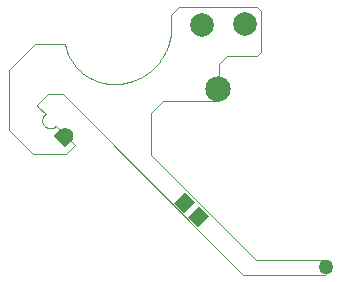
<source format=gts>
G75*
%MOIN*%
%OFA0B0*%
%FSLAX25Y25*%
%IPPOS*%
%LPD*%
%AMOC8*
5,1,8,0,0,1.08239X$1,22.5*
%
%ADD10R,0.03055X0.05407*%
%ADD11C,0.00394*%
%ADD12C,0.07887*%
%ADD13R,0.04737X0.05131*%
%ADD14C,0.05550*%
%ADD15C,0.04959*%
%ADD16C,0.08477*%
D10*
G36*
X0022173Y0047170D02*
X0020013Y0045010D01*
X0016191Y0048832D01*
X0018351Y0050992D01*
X0022173Y0047170D01*
G37*
D11*
X0048730Y0042373D02*
X0048730Y0056535D01*
X0052719Y0060524D01*
X0071330Y0060524D01*
X0071330Y0072894D01*
X0073849Y0075413D01*
X0084033Y0075413D01*
X0085434Y0076814D01*
X0085434Y0090366D01*
X0083924Y0091875D01*
X0058038Y0091875D01*
X0055413Y0089250D01*
X0055413Y0085245D01*
X0055412Y0085245D02*
X0055406Y0084782D01*
X0055390Y0084320D01*
X0055362Y0083858D01*
X0055323Y0083397D01*
X0055272Y0082937D01*
X0055211Y0082478D01*
X0055139Y0082021D01*
X0055055Y0081566D01*
X0054961Y0081113D01*
X0054856Y0080662D01*
X0054739Y0080214D01*
X0054612Y0079769D01*
X0054475Y0079328D01*
X0054326Y0078889D01*
X0054168Y0078455D01*
X0053998Y0078024D01*
X0053819Y0077598D01*
X0053629Y0077176D01*
X0053429Y0076758D01*
X0053219Y0076346D01*
X0052999Y0075939D01*
X0052769Y0075537D01*
X0052529Y0075141D01*
X0052281Y0074751D01*
X0052022Y0074367D01*
X0051755Y0073990D01*
X0051478Y0073618D01*
X0051193Y0073254D01*
X0050899Y0072897D01*
X0050596Y0072547D01*
X0050285Y0072204D01*
X0049966Y0071869D01*
X0049639Y0071542D01*
X0049304Y0071223D01*
X0048961Y0070912D01*
X0048611Y0070609D01*
X0048254Y0070315D01*
X0047890Y0070030D01*
X0047518Y0069753D01*
X0047141Y0069486D01*
X0046757Y0069227D01*
X0046367Y0068979D01*
X0045971Y0068739D01*
X0045569Y0068509D01*
X0045162Y0068289D01*
X0044750Y0068079D01*
X0044332Y0067879D01*
X0043910Y0067689D01*
X0043484Y0067510D01*
X0043053Y0067340D01*
X0042619Y0067182D01*
X0042180Y0067033D01*
X0041739Y0066896D01*
X0041294Y0066769D01*
X0040846Y0066652D01*
X0040395Y0066547D01*
X0039942Y0066453D01*
X0039487Y0066369D01*
X0039030Y0066297D01*
X0038571Y0066236D01*
X0038111Y0066185D01*
X0037650Y0066146D01*
X0037188Y0066118D01*
X0036726Y0066102D01*
X0036263Y0066096D01*
X0019274Y0062773D02*
X0079357Y0002592D01*
X0106754Y0002592D01*
X0107296Y0003134D01*
X0107296Y0006955D01*
X0106627Y0007624D01*
X0083458Y0007624D01*
X0048730Y0042373D01*
X0023396Y0045941D02*
X0017015Y0052281D01*
X0017014Y0052281D02*
X0016947Y0052207D01*
X0016877Y0052135D01*
X0016805Y0052066D01*
X0016730Y0052000D01*
X0016652Y0051937D01*
X0016572Y0051877D01*
X0016489Y0051820D01*
X0016405Y0051766D01*
X0016319Y0051716D01*
X0016230Y0051668D01*
X0016140Y0051625D01*
X0016049Y0051584D01*
X0015956Y0051548D01*
X0015861Y0051514D01*
X0015766Y0051485D01*
X0015669Y0051459D01*
X0015571Y0051437D01*
X0015473Y0051419D01*
X0015374Y0051404D01*
X0015274Y0051393D01*
X0015174Y0051386D01*
X0015074Y0051383D01*
X0014974Y0051384D01*
X0014874Y0051388D01*
X0014774Y0051397D01*
X0014675Y0051409D01*
X0014576Y0051425D01*
X0014478Y0051445D01*
X0014381Y0051468D01*
X0014284Y0051496D01*
X0014189Y0051526D01*
X0014095Y0051561D01*
X0014003Y0051599D01*
X0013912Y0051641D01*
X0013822Y0051686D01*
X0013735Y0051734D01*
X0013649Y0051786D01*
X0013565Y0051841D01*
X0013484Y0051899D01*
X0013405Y0051960D01*
X0013328Y0052025D01*
X0012921Y0052445D01*
X0012814Y0052597D01*
X0012760Y0052680D01*
X0012708Y0052766D01*
X0012661Y0052853D01*
X0012616Y0052943D01*
X0012576Y0053034D01*
X0012539Y0053126D01*
X0012505Y0053220D01*
X0012475Y0053315D01*
X0012449Y0053411D01*
X0012427Y0053508D01*
X0012409Y0053606D01*
X0012394Y0053705D01*
X0012384Y0053804D01*
X0012377Y0053903D01*
X0012374Y0054003D01*
X0012375Y0054102D01*
X0012380Y0054202D01*
X0012389Y0054301D01*
X0012402Y0054400D01*
X0012418Y0054498D01*
X0012439Y0054595D01*
X0012463Y0054692D01*
X0012491Y0054788D01*
X0012523Y0054882D01*
X0012559Y0054975D01*
X0012598Y0055067D01*
X0012640Y0055157D01*
X0012687Y0055245D01*
X0012736Y0055331D01*
X0012789Y0055416D01*
X0012845Y0055498D01*
X0012905Y0055578D01*
X0012967Y0055656D01*
X0013033Y0055731D01*
X0013101Y0055803D01*
X0013173Y0055873D01*
X0013246Y0055940D01*
X0013323Y0056003D01*
X0013402Y0056064D01*
X0013483Y0056122D01*
X0011094Y0058554D01*
X0010519Y0059126D01*
X0014164Y0062772D01*
X0016167Y0062773D01*
X0019274Y0062773D01*
X0009859Y0079419D02*
X0001197Y0070757D01*
X0001197Y0050878D01*
X0009133Y0042942D01*
X0020397Y0042942D01*
X0021855Y0044401D01*
X0023396Y0045941D01*
X0019979Y0079419D02*
X0009859Y0079419D01*
X0019979Y0079420D02*
X0020064Y0079022D01*
X0020159Y0078626D01*
X0020264Y0078233D01*
X0020379Y0077843D01*
X0020503Y0077455D01*
X0020636Y0077071D01*
X0020779Y0076690D01*
X0020931Y0076313D01*
X0021092Y0075939D01*
X0021262Y0075570D01*
X0021442Y0075204D01*
X0021630Y0074844D01*
X0021827Y0074488D01*
X0022033Y0074137D01*
X0022247Y0073791D01*
X0022469Y0073450D01*
X0022700Y0073115D01*
X0022939Y0072786D01*
X0023186Y0072463D01*
X0023441Y0072145D01*
X0023704Y0071835D01*
X0023974Y0071530D01*
X0024251Y0071233D01*
X0024536Y0070942D01*
X0024827Y0070658D01*
X0025126Y0070382D01*
X0025431Y0070113D01*
X0025743Y0069851D01*
X0026061Y0069598D01*
X0026385Y0069352D01*
X0026715Y0069114D01*
X0027051Y0068884D01*
X0027392Y0068663D01*
X0027739Y0068450D01*
X0028091Y0068245D01*
X0028447Y0068049D01*
X0028809Y0067862D01*
X0029174Y0067684D01*
X0029544Y0067515D01*
X0029918Y0067355D01*
X0030296Y0067204D01*
X0030678Y0067063D01*
X0031063Y0066931D01*
X0031451Y0066808D01*
X0031841Y0066695D01*
X0032235Y0066592D01*
X0032631Y0066498D01*
X0033029Y0066414D01*
X0033429Y0066340D01*
X0033831Y0066275D01*
X0034234Y0066220D01*
X0034638Y0066176D01*
X0035044Y0066141D01*
X0035450Y0066116D01*
X0035856Y0066101D01*
X0036263Y0066096D01*
D12*
X0065731Y0085860D03*
X0079835Y0085997D03*
D13*
G36*
X0059994Y0030255D02*
X0063337Y0026901D01*
X0059704Y0023281D01*
X0056361Y0026635D01*
X0059994Y0030255D01*
G37*
G36*
X0064718Y0025514D02*
X0068061Y0022160D01*
X0064428Y0018540D01*
X0061085Y0021894D01*
X0064718Y0025514D01*
G37*
D14*
X0019962Y0048810D03*
D15*
X0107066Y0005050D03*
D16*
X0070974Y0064585D03*
M02*

</source>
